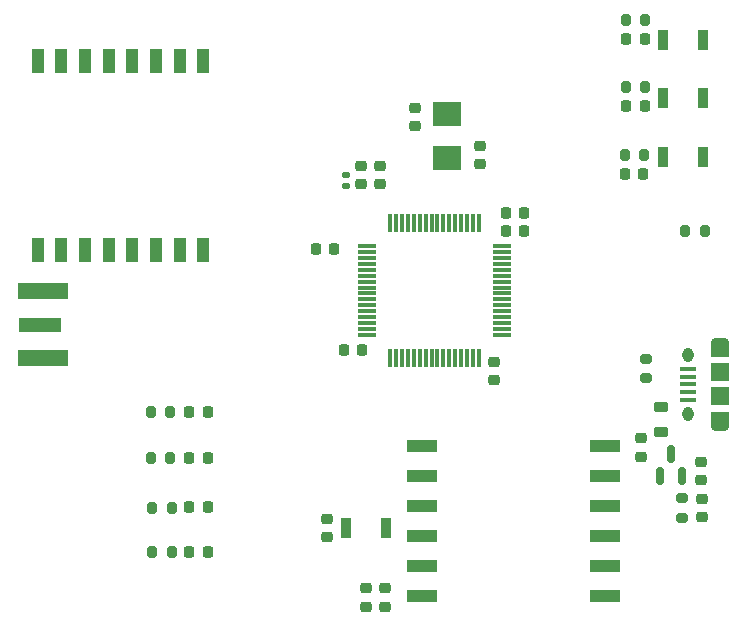
<source format=gbr>
%TF.GenerationSoftware,KiCad,Pcbnew,(6.0.6)*%
%TF.CreationDate,2022-07-05T16:05:39+02:00*%
%TF.ProjectId,kicad_rfm95_breakout_board_V4,6b696361-645f-4726-966d-39355f627265,rev?*%
%TF.SameCoordinates,Original*%
%TF.FileFunction,Paste,Top*%
%TF.FilePolarity,Positive*%
%FSLAX46Y46*%
G04 Gerber Fmt 4.6, Leading zero omitted, Abs format (unit mm)*
G04 Created by KiCad (PCBNEW (6.0.6)) date 2022-07-05 16:05:39*
%MOMM*%
%LPD*%
G01*
G04 APERTURE LIST*
G04 Aperture macros list*
%AMRoundRect*
0 Rectangle with rounded corners*
0 $1 Rounding radius*
0 $2 $3 $4 $5 $6 $7 $8 $9 X,Y pos of 4 corners*
0 Add a 4 corners polygon primitive as box body*
4,1,4,$2,$3,$4,$5,$6,$7,$8,$9,$2,$3,0*
0 Add four circle primitives for the rounded corners*
1,1,$1+$1,$2,$3*
1,1,$1+$1,$4,$5*
1,1,$1+$1,$6,$7*
1,1,$1+$1,$8,$9*
0 Add four rect primitives between the rounded corners*
20,1,$1+$1,$2,$3,$4,$5,0*
20,1,$1+$1,$4,$5,$6,$7,0*
20,1,$1+$1,$6,$7,$8,$9,0*
20,1,$1+$1,$8,$9,$2,$3,0*%
G04 Aperture macros list end*
%ADD10R,0.900000X1.700000*%
%ADD11RoundRect,0.218750X-0.218750X-0.256250X0.218750X-0.256250X0.218750X0.256250X-0.218750X0.256250X0*%
%ADD12RoundRect,0.200000X0.200000X0.275000X-0.200000X0.275000X-0.200000X-0.275000X0.200000X-0.275000X0*%
%ADD13RoundRect,0.218750X-0.381250X0.218750X-0.381250X-0.218750X0.381250X-0.218750X0.381250X0.218750X0*%
%ADD14RoundRect,0.200000X-0.200000X-0.275000X0.200000X-0.275000X0.200000X0.275000X-0.200000X0.275000X0*%
%ADD15RoundRect,0.225000X-0.225000X-0.250000X0.225000X-0.250000X0.225000X0.250000X-0.225000X0.250000X0*%
%ADD16R,1.000000X2.000000*%
%ADD17RoundRect,0.147500X0.172500X-0.147500X0.172500X0.147500X-0.172500X0.147500X-0.172500X-0.147500X0*%
%ADD18RoundRect,0.200000X-0.275000X0.200000X-0.275000X-0.200000X0.275000X-0.200000X0.275000X0.200000X0*%
%ADD19RoundRect,0.225000X0.250000X-0.225000X0.250000X0.225000X-0.250000X0.225000X-0.250000X-0.225000X0*%
%ADD20R,2.500000X1.000000*%
%ADD21RoundRect,0.218750X0.256250X-0.218750X0.256250X0.218750X-0.256250X0.218750X-0.256250X-0.218750X0*%
%ADD22RoundRect,0.225000X-0.250000X0.225000X-0.250000X-0.225000X0.250000X-0.225000X0.250000X0.225000X0*%
%ADD23RoundRect,0.150000X0.150000X-0.587500X0.150000X0.587500X-0.150000X0.587500X-0.150000X-0.587500X0*%
%ADD24RoundRect,0.225000X0.225000X0.250000X-0.225000X0.250000X-0.225000X-0.250000X0.225000X-0.250000X0*%
%ADD25O,1.550000X0.890000*%
%ADD26O,0.950000X1.250000*%
%ADD27R,1.350000X0.400000*%
%ADD28R,1.550000X1.200000*%
%ADD29R,1.550000X1.500000*%
%ADD30R,3.600000X1.270000*%
%ADD31R,4.200000X1.350000*%
%ADD32RoundRect,0.075000X-0.075000X0.700000X-0.075000X-0.700000X0.075000X-0.700000X0.075000X0.700000X0*%
%ADD33RoundRect,0.075000X-0.700000X0.075000X-0.700000X-0.075000X0.700000X-0.075000X0.700000X0.075000X0*%
%ADD34R,2.400000X2.000000*%
G04 APERTURE END LIST*
D10*
%TO.C,SW3*%
X138700000Y-75000000D03*
X142100000Y-75000000D03*
%TD*%
D11*
%TO.C,D5*%
X98612500Y-118300000D03*
X100187500Y-118300000D03*
%TD*%
D12*
%TO.C,R7*%
X97025000Y-110400000D03*
X95375000Y-110400000D03*
%TD*%
D10*
%TO.C,SW4*%
X115300000Y-116300000D03*
X111900000Y-116300000D03*
%TD*%
D13*
%TO.C,FB1*%
X138600000Y-106037500D03*
X138600000Y-108162500D03*
%TD*%
D14*
%TO.C,R4*%
X135575000Y-73300000D03*
X137225000Y-73300000D03*
%TD*%
D15*
%TO.C,C1*%
X125425000Y-89600000D03*
X126975000Y-89600000D03*
%TD*%
D16*
%TO.C,U1*%
X99800000Y-76800000D03*
X97800000Y-76800000D03*
X95800000Y-76800000D03*
X93800000Y-76800000D03*
X91800000Y-76800000D03*
X89800000Y-76800000D03*
X87800000Y-76800000D03*
X85800000Y-76800000D03*
X85800000Y-92800000D03*
X87800000Y-92800000D03*
X89800000Y-92800000D03*
X91800000Y-92800000D03*
X93800000Y-92800000D03*
X95800000Y-92800000D03*
X97800000Y-92800000D03*
X99800000Y-92800000D03*
%TD*%
D17*
%TO.C,L1*%
X111900000Y-87385000D03*
X111900000Y-86415000D03*
%TD*%
D18*
%TO.C,R1*%
X140300000Y-113775000D03*
X140300000Y-115425000D03*
%TD*%
D19*
%TO.C,C16*%
X123200000Y-85475000D03*
X123200000Y-83925000D03*
%TD*%
D20*
%TO.C,U3*%
X118350000Y-109350000D03*
X118350000Y-111890000D03*
X118350000Y-114430000D03*
X118350000Y-116970000D03*
X118350000Y-119510000D03*
X118350000Y-122050000D03*
X133850000Y-122050000D03*
X133850000Y-119510000D03*
X133850000Y-116970000D03*
X133850000Y-114430000D03*
X133850000Y-111890000D03*
X133850000Y-109350000D03*
%TD*%
D21*
%TO.C,D1*%
X142000000Y-115387500D03*
X142000000Y-113812500D03*
%TD*%
D22*
%TO.C,C10*%
X113600000Y-121425000D03*
X113600000Y-122975000D03*
%TD*%
D12*
%TO.C,R6*%
X97125000Y-114600000D03*
X95475000Y-114600000D03*
%TD*%
D23*
%TO.C,U2*%
X138450000Y-111937500D03*
X140350000Y-111937500D03*
X139400000Y-110062500D03*
%TD*%
D19*
%TO.C,C5*%
X114800000Y-87175000D03*
X114800000Y-85625000D03*
%TD*%
D11*
%TO.C,D3*%
X98612500Y-114500000D03*
X100187500Y-114500000D03*
%TD*%
D22*
%TO.C,C11*%
X115200000Y-121425000D03*
X115200000Y-122975000D03*
%TD*%
D24*
%TO.C,C12*%
X137075000Y-86300000D03*
X135525000Y-86300000D03*
%TD*%
%TO.C,C4*%
X113275000Y-101200000D03*
X111725000Y-101200000D03*
%TD*%
D25*
%TO.C,J1*%
X143540000Y-107640000D03*
D26*
X140840000Y-101640000D03*
X140840000Y-106640000D03*
D25*
X143540000Y-100640000D03*
D27*
X140840000Y-105440000D03*
X140840000Y-104790000D03*
X140840000Y-104140000D03*
X140840000Y-103490000D03*
X140840000Y-102840000D03*
D28*
X143540000Y-101240000D03*
D29*
X143540000Y-103140000D03*
X143540000Y-105140000D03*
D28*
X143540000Y-107040000D03*
%TD*%
D14*
%TO.C,R9*%
X140600000Y-91200000D03*
X142250000Y-91200000D03*
%TD*%
D11*
%TO.C,D4*%
X98612500Y-110400000D03*
X100187500Y-110400000D03*
%TD*%
D24*
%TO.C,C13*%
X137175000Y-80600000D03*
X135625000Y-80600000D03*
%TD*%
D10*
%TO.C,SW2*%
X138700000Y-79900000D03*
X142100000Y-79900000D03*
%TD*%
D14*
%TO.C,R2*%
X135475000Y-84700000D03*
X137125000Y-84700000D03*
%TD*%
D22*
%TO.C,C7*%
X136900000Y-108725000D03*
X136900000Y-110275000D03*
%TD*%
D30*
%TO.C,J2*%
X86000000Y-99100000D03*
D31*
X86200000Y-101925000D03*
X86200000Y-96275000D03*
%TD*%
D24*
%TO.C,C6*%
X110875000Y-92700000D03*
X109325000Y-92700000D03*
%TD*%
D15*
%TO.C,C8*%
X125425000Y-91200000D03*
X126975000Y-91200000D03*
%TD*%
D11*
%TO.C,D2*%
X98612500Y-106500000D03*
X100187500Y-106500000D03*
%TD*%
D19*
%TO.C,C17*%
X110300000Y-117075000D03*
X110300000Y-115525000D03*
%TD*%
D14*
%TO.C,R3*%
X135575000Y-79000000D03*
X137225000Y-79000000D03*
%TD*%
D24*
%TO.C,C14*%
X137175000Y-74900000D03*
X135625000Y-74900000D03*
%TD*%
D18*
%TO.C,R10*%
X137300000Y-101975000D03*
X137300000Y-103625000D03*
%TD*%
D12*
%TO.C,R8*%
X97125000Y-118300000D03*
X95475000Y-118300000D03*
%TD*%
D19*
%TO.C,C3*%
X113200000Y-87175000D03*
X113200000Y-85625000D03*
%TD*%
D10*
%TO.C,SW1*%
X138700000Y-84900000D03*
X142100000Y-84900000D03*
%TD*%
D32*
%TO.C,U4*%
X123130000Y-90525000D03*
X122630000Y-90525000D03*
X122130000Y-90525000D03*
X121630000Y-90525000D03*
X121130000Y-90525000D03*
X120630000Y-90525000D03*
X120130000Y-90525000D03*
X119630000Y-90525000D03*
X119130000Y-90525000D03*
X118630000Y-90525000D03*
X118130000Y-90525000D03*
X117630000Y-90525000D03*
X117130000Y-90525000D03*
X116630000Y-90525000D03*
X116130000Y-90525000D03*
X115630000Y-90525000D03*
D33*
X113705000Y-92450000D03*
X113705000Y-92950000D03*
X113705000Y-93450000D03*
X113705000Y-93950000D03*
X113705000Y-94450000D03*
X113705000Y-94950000D03*
X113705000Y-95450000D03*
X113705000Y-95950000D03*
X113705000Y-96450000D03*
X113705000Y-96950000D03*
X113705000Y-97450000D03*
X113705000Y-97950000D03*
X113705000Y-98450000D03*
X113705000Y-98950000D03*
X113705000Y-99450000D03*
X113705000Y-99950000D03*
D32*
X115630000Y-101875000D03*
X116130000Y-101875000D03*
X116630000Y-101875000D03*
X117130000Y-101875000D03*
X117630000Y-101875000D03*
X118130000Y-101875000D03*
X118630000Y-101875000D03*
X119130000Y-101875000D03*
X119630000Y-101875000D03*
X120130000Y-101875000D03*
X120630000Y-101875000D03*
X121130000Y-101875000D03*
X121630000Y-101875000D03*
X122130000Y-101875000D03*
X122630000Y-101875000D03*
X123130000Y-101875000D03*
D33*
X125055000Y-99950000D03*
X125055000Y-99450000D03*
X125055000Y-98950000D03*
X125055000Y-98450000D03*
X125055000Y-97950000D03*
X125055000Y-97450000D03*
X125055000Y-96950000D03*
X125055000Y-96450000D03*
X125055000Y-95950000D03*
X125055000Y-95450000D03*
X125055000Y-94950000D03*
X125055000Y-94450000D03*
X125055000Y-93950000D03*
X125055000Y-93450000D03*
X125055000Y-92950000D03*
X125055000Y-92450000D03*
%TD*%
D22*
%TO.C,C2*%
X124400000Y-102225000D03*
X124400000Y-103775000D03*
%TD*%
D12*
%TO.C,R5*%
X97025000Y-106500000D03*
X95375000Y-106500000D03*
%TD*%
D34*
%TO.C,Y1*%
X120400000Y-81250000D03*
X120400000Y-84950000D03*
%TD*%
D22*
%TO.C,C15*%
X117700000Y-80725000D03*
X117700000Y-82275000D03*
%TD*%
D19*
%TO.C,C9*%
X141975000Y-112250000D03*
X141975000Y-110700000D03*
%TD*%
M02*

</source>
